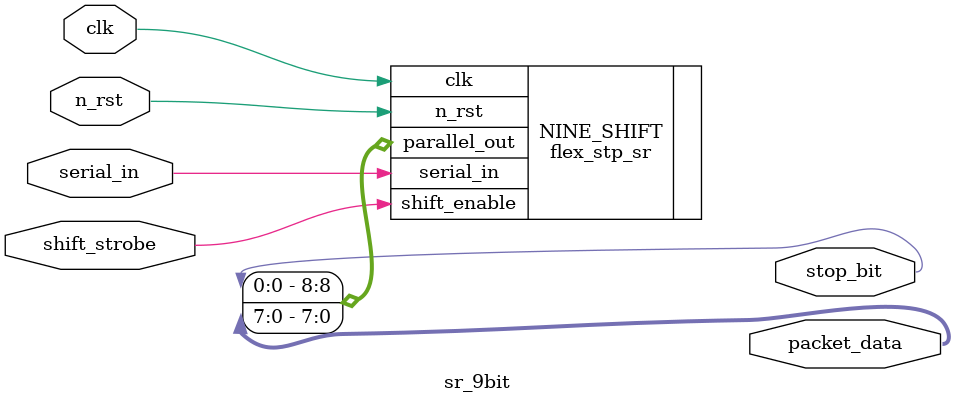
<source format=sv>

module sr_9bit
  (
   input wire clk,
   input wire n_rst,
   input wire shift_strobe,
   input wire serial_in,
   output wire [7:0] packet_data,
   output wire stop_bit
   );

   flex_stp_sr #(.NUM_BITS(8), .SHIFT_MSB(1)) NINE_SHIFT
     (
      .clk(clk),
      .n_rst(n_rst),
      .shift_enable(shift_strobe),
      .serial_in(serial_in),
      .parallel_out({stop_bit,packet_data})
      );
endmodule // sr_9bit

</source>
